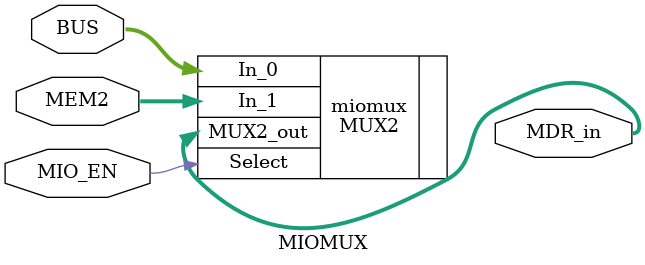
<source format=sv>
module PCMUX(input logic [1:0] PCMUX,
				 input logic [15:0] pc_next, BUS_out, MARMUX,
				 output logic [15:0] pc_in	
);
MUX4 pcmux(.Select(PCMUX), .In_00(pc_next), .In_01(BUS_out), .In_10(MARMUX), .In_11(16'b0000000000000000), .MUX4_out(pc_in));

endmodule

module MIOMUX(input logic MIO_EN,
				input logic [15:0] BUS, MEM2,
				output logic [15:0] MDR_in	
);
MUX2 miomux(.Select(MIO_EN), .In_0(BUS), .In_1(MEM2), .MUX2_out(MDR_in));

endmodule

</source>
